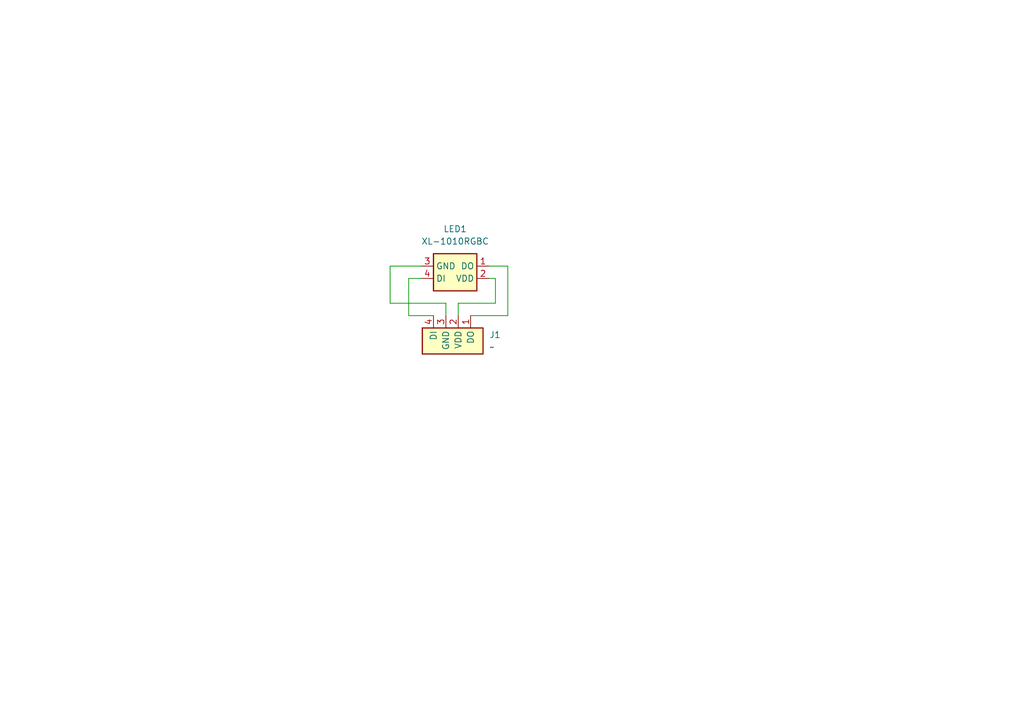
<source format=kicad_sch>
(kicad_sch (version 20250114) (generator "eeschema") (generator_version "9.0")
  (paper "A5")
  (lib_symbols
    (symbol "Misc:Flex_header" (in_bom no)
      (property "Reference" "J" (at 1.016 4.572 0))
      (symbol "Flex_header_0_0"
        (rectangle (start 2.54 0) (end 7.874 -12.446) (stroke (width 0.254)) (fill (type background)))
        (pin unspecified line (at 0 -2.54 0) (length 2.54) (name "DO") (number "1"))
        (pin unspecified line (at 0 -5.08 0) (length 2.54) (name "VDD") (number "2"))
        (pin unspecified line (at 0 -7.62 0) (length 2.54) (name "GND") (number "3"))
        (pin unspecified line (at 0 -10.16 0) (length 2.54) (name "DI") (number "4"))
      )
    )
    (symbol "Misc:XL-1010RGBC-WS2812B"
      (property "Reference" "LED" (at 1.016 4.572 0))
      (property "Value" "XL-1010RGBC" (at 5.08 -2.54 0))
      (symbol "XL-1010RGBC-WS2812B_0_0"
        (rectangle (start 2.54 2.54) (end 11.43 -5.08) (stroke (width 0.254)) (fill (type background)))
        (pin unspecified line (at 0 0 0) (length 2.54) (name "GND") (number "3"))
        (pin unspecified line (at 0 -2.54 0) (length 2.54) (name "DI") (number "4"))
        (pin unspecified line (at 13.97 0 180) (length 2.54) (name "DO") (number "1"))
        (pin unspecified line (at 13.97 -2.54 180) (length 2.54) (name "VDD") (number "2"))
      )
    )
  )
  (wire (pts (xy 83.82 64.77) (xy 83.82 57.15)))
  (wire (pts (xy 80.01 54.61) (xy 80.01 62.23)))
  (wire (pts (xy 88.9 64.77) (xy 83.82 64.77)))
  (wire (pts (xy 101.6 57.15) (xy 100.33 57.15)))
  (wire (pts (xy 104.14 54.61) (xy 100.33 54.61)))
  (wire (pts (xy 91.44 62.23) (xy 91.44 64.77)))
  (wire (pts (xy 93.98 64.77) (xy 93.98 62.23)))
  (wire (pts (xy 101.6 62.23) (xy 101.6 57.15)))
  (wire (pts (xy 83.82 57.15) (xy 86.36 57.15)))
  (wire (pts (xy 104.14 64.77) (xy 104.14 54.61)))
  (wire (pts (xy 96.52 64.77) (xy 104.14 64.77)))
  (wire (pts (xy 86.36 54.61) (xy 80.01 54.61)))
  (wire (pts (xy 93.98 62.23) (xy 101.6 62.23)))
  (wire (pts (xy 80.01 62.23) (xy 91.44 62.23)))
  (symbol (lib_id "Misc:XL-1010RGBC-WS2812B") (at 86.36 54.61 0) (unit 1)
    (property "Reference" "LED1" (at 93.345 46.99 0))
    (property "Value" "XL-1010RGBC" (at 93.345 49.53 0))
    (property "Footprint" "custom_footprints:XL-1010RGBC-WS2812B" (effects (hide yes)))
    (property "Description" "XINGLIGHT XL-1010RGBC-WS2812B" (effects (hide yes)))
    (property "LCSC PN" "C5349953" (effects (hide yes)))
  )
  (symbol (lib_id "Misc:Flex_header") (at 99.06 64.77 270) (unit 1) (in_bom no)
    (property "Reference" "J1" (at 100.33 68.7069 90) (effects (justify left)))
    (property "Value" "~" (at 100.33 71.2469 90) (effects (justify left)))
    (property "Footprint" "custom_footprints:Flex_conn" (effects (hide yes)))
  )
)
</source>
